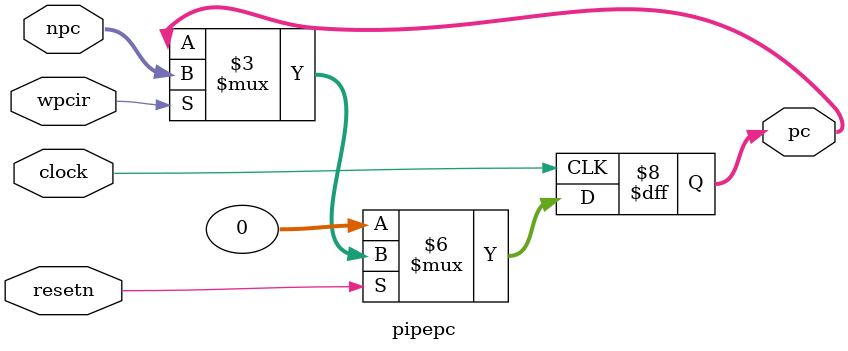
<source format=v>
module pipepc(npc,wpcir,clock,resetn,pc);

input wire[31:0] npc;
input wpcir;
input clock,resetn;
output reg[31:0] pc;

always @(posedge clock)
begin
	if(~resetn)
	begin
		pc <= 0;
	end
	else
	begin
		if(wpcir)
		begin
			pc <= npc;
		end
	end
end

endmodule
</source>
